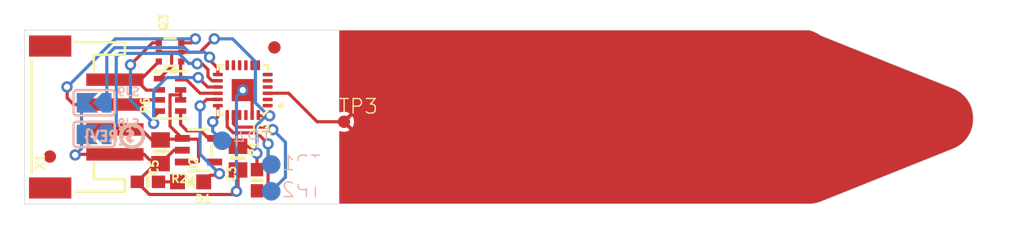
<source format=kicad_pcb>
(kicad_pcb (version 20221018) (generator pcbnew)
  (layers (0 "F.Cu" signal) (31 "B.Cu" signal) (34 "B.Paste" user) (35 "F.Paste" user) (36 "B.SilkS" user "B.Silkscreen") (37 "F.SilkS" user "F.Silkscreen") (38 "B.Mask" user) (39 "F.Mask" user) (44 "Edge.Cuts" user))
  (net 0 "")
  (net 1 "SWDIO")
  (net 2 "SWCLK")
  (net 3 "GND")
  (net 4 "3.3V")
  (net 5 "~{RESET}")
  (net 6 "PA02")
  (net 7 "PA03")
  (net 8 "PA05")
  (net 9 "PA06")
  (net 10 "PA07")
  (net 11 "PA09")
  (net 12 "PA10")
  (net 13 "PA11")
  (net 14 "PA14")
  (net 15 "PA15")
  (net 16 "D-")
  (net 17 "D+")
  (net 18 "ACT")
  (net 19 "PA08")
  (net 20 "N$2")
  (net 21 "SDA")
  (net 22 "SCL")
  (net 23 "SCL_3V")
  (net 24 "VIN")
  (net 25 "SDA_3V")
  (net 26 "ADDR0")
  (net 27 "ADDR1")
  (net 28 "SENSOR")
  (footprint "working:SOT23-5" (layer "F.Cu") (at 124.3711 107.6706 -90)
    (fp_text reference "U2" (at 1.978 0 -90) (layer "F.SilkS") (effects (font (size 0.666496 0.666496) (thickness 0.146304)) (justify left bottom)))
    (fp_text value "MIC5225-3.3")
    (fp_line (start -1.65 -0.8) (end -1.65 0.8) (stroke (width 0.2032)) (layer "F.SilkS"))
    (fp_line (start -0.4 -1.05) (end 0.4 -1.05) (stroke (width 0.2032)) (layer "F.SilkS"))
    (fp_line (start 1.65 -0.8) (end 1.65 0.8) (stroke (width 0.2032)) (layer "F.SilkS"))
    (pad "1" smd rect (at -0.95 1.3001 270) (size 0.55 1.2) (layers "F.Cu" "F.Paste" "F.Mask") (net 24 "VIN"))
    (pad "2" smd rect (at 0 1.3001 270) (size 0.55 1.2) (layers "F.Cu" "F.Paste" "F.Mask") (net 3 "GND"))
    (pad "3" smd rect (at 0.95 1.3001 270) (size 0.55 1.2) (layers "F.Cu" "F.Paste" "F.Mask") (net 24 "VIN"))
    (pad "4" smd rect (at 0.95 -1.3001 270) (size 0.55 1.2) (layers "F.Cu" "F.Paste" "F.Mask"))
    (pad "5" smd rect (at -0.95 -1.3001 270) (size 0.55 1.2) (layers "F.Cu" "F.Paste" "F.Mask") (net 4 "3.3V"))
  )
  (footprint "working:TP10R" (layer "F.Cu") (at 136.0551 105.3846)
    (fp_text reference "TP3" (at -0.5001 -0.5499) (layer "F.SilkS") (effects (font (size 1.1684 1.1684) (thickness 0.1016)) (justify left bottom)))
    (fp_text value "TPTP10R")
    (pad "TP" smd roundrect (at 0 0) (size 1 1) (layers "F.Cu" "F.Mask") (roundrect_rratio 0.5) (net 28 "SENSOR"))
  )
  (footprint "working:0603-NO" (layer "F.Cu") (at 129.0701 110.0836 90)
    (fp_text reference "R1" (at 1.778 0.127 90) (layer "F.SilkS") (effects (font (size 0.666496 0.666496) (thickness 0.146304)) (justify left bottom)))
    (fp_text value "1K")
    (fp_line (start 0 -0.4) (end 0 0.4) (stroke (width 0.3048)) (layer "F.SilkS"))
    (pad "1" smd rect (at -0.85 0 90) (size 1.075 1) (layers "F.Cu" "F.Paste" "F.Mask") (net 2 "SWCLK"))
    (pad "2" smd rect (at 0.85 0 90) (size 1.075 1) (layers "F.Cu" "F.Paste" "F.Mask") (net 4 "3.3V"))
  )
  (footprint "" (layer "F.Cu") (at 133.2611 109.4486)
    (fp_text reference "@HOLE1" hide)
    (fp_text value "" (at 0 0) (layer "F.SilkS") (effects (font (size 1.27 1.27))))
    (pad "" np_thru_hole circle (at 0 0) (size 2.54 2.54) (drill 2.54) (layers "*.Cu" "*.Mask"))
  )
  (footprint "working:0805-NO" (layer "F.Cu") (at 121.3231 107.7976 -90)
    (fp_text reference "C5" (at 2.032 0.127 -90) (layer "F.SilkS") (effects (font (size 0.666496 0.666496) (thickness 0.146304)) (justify left bottom)))
    (fp_text value "10uF")
    (fp_line (start 0 -0.508) (end 0 0.508) (stroke (width 0.3048)) (layer "F.SilkS"))
    (pad "1" smd rect (at -0.95 0 270) (size 1.24 1.5) (layers "F.Cu" "F.Paste" "F.Mask") (net 24 "VIN"))
    (pad "2" smd rect (at 0.95 0 270) (size 1.24 1.5) (layers "F.Cu" "F.Paste" "F.Mask") (net 3 "GND"))
  )
  (footprint "" (layer "F.Cu") (at 133.2611 100.8126)
    (fp_text reference "@HOLE0" hide)
    (fp_text value "" (at 0 0) (layer "F.SilkS") (effects (font (size 1.27 1.27))))
    (pad "" np_thru_hole circle (at 0 0) (size 2.54 2.54) (drill 2.54) (layers "*.Cu" "*.Mask"))
  )
  (footprint "working:CHIPLED_0805_NOOUTLINE" (layer "F.Cu") (at 123.7361 110.2106 90)
    (fp_text reference "D1" (at -1.016 1.778 180) (layer "F.SilkS") (effects (font (size 0.666496 0.666496) (thickness 0.146304)) (justify right top)))
    (fp_text value "RED")
    (fp_poly (pts (xy 0.5334 0.3302) (xy -0.5334 0.3302) (xy 0 -0.381)) (fill solid) (layer "F.SilkS"))
    (fp_poly (pts (xy -0.4445 -0.1405) (xy 0.4445 -0.1405) (xy 0.4445 -0.331) (xy -0.4445 -0.331)) (fill solid) (layer "F.SilkS"))
    (pad "A" smd rect (at 0 1.05 90) (size 1.2 1.2) (layers "F.Cu" "F.Paste" "F.Mask") (net 18 "ACT"))
    (pad "C" smd rect (at 0 -1.05 90) (size 1.2 1.2) (layers "F.Cu" "F.Paste" "F.Mask") (net 20 "N$2"))
  )
  (footprint "working:RESPACK_4X0603" (layer "F.Cu") (at 122.0851 103.2256 90)
    (fp_text reference "R6" (at -1.6 -1.6 90) (layer "F.SilkS") (effects (font (size 0.666496 0.666496) (thickness 0.146304)) (justify left bottom)))
    (fp_text value "10K")
    (fp_line (start -1.9 1.4) (end -1.9 -1.4) (stroke (width 0.2032)) (layer "F.SilkS"))
    (fp_line (start 1.9 -1.4) (end 1.9 1.4) (stroke (width 0.2032)) (layer "F.SilkS"))
    (pad "1" smd rect (at -1.3 0.85 90) (size 0.45 0.9) (layers "F.Cu" "F.Paste" "F.Mask") (net 4 "3.3V"))
    (pad "2" smd rect (at -0.4 0.85 90) (size 0.45 0.9) (layers "F.Cu" "F.Paste" "F.Mask") (net 24 "VIN"))
    (pad "3" smd rect (at 0.4 0.85 90) (size 0.45 0.9) (layers "F.Cu" "F.Paste" "F.Mask") (net 24 "VIN"))
    (pad "4" smd rect (at 1.3 0.85 90) (size 0.45 0.9) (layers "F.Cu" "F.Paste" "F.Mask") (net 23 "SCL_3V"))
    (pad "5" smd rect (at 1.3 -0.85 90) (size 0.45 0.9) (layers "F.Cu" "F.Paste" "F.Mask") (net 4 "3.3V"))
    (pad "6" smd rect (at 0.4 -0.85 90) (size 0.45 0.9) (layers "F.Cu" "F.Paste" "F.Mask") (net 22 "SCL"))
    (pad "7" smd rect (at -0.4 -0.85 90) (size 0.45 0.9) (layers "F.Cu" "F.Paste" "F.Mask") (net 21 "SDA"))
    (pad "8" smd rect (at -1.3 -0.85 90) (size 0.45 0.9) (layers "F.Cu" "F.Paste" "F.Mask") (net 25 "SDA_3V"))
  )
  (footprint "working:SOT363" (layer "F.Cu") (at 122.0851 99.7966 90)
    (fp_text reference "Q3" (at 1.651 -0.127 90) (layer "F.SilkS") (effects (font (size 0.666496 0.666496) (thickness 0.146304)) (justify left bottom)))
    (fp_text value "2N7002D")
    (fp_line (start -1.1 -0.45) (end -1.1 0.45) (stroke (width 0.2032)) (layer "F.SilkS"))
    (fp_line (start 1.1 -0.45) (end 1.1 0.45) (stroke (width 0.2032)) (layer "F.SilkS"))
    (fp_circle (center -1.5 0.35) (end -1.4 0.35) (stroke (width 0.2032)) (fill none) (layer "F.SilkS"))
    (pad "1" smd rect (at -0.75 0.9 90) (size 0.5 0.5) (layers "F.Cu" "F.Paste" "F.Mask") (net 23 "SCL_3V"))
    (pad "2" smd rect (at 0 0.9 90) (size 0.4 0.5) (layers "F.Cu" "F.Paste" "F.Mask") (net 4 "3.3V"))
    (pad "3" smd rect (at 0.75 0.9 90) (size 0.5 0.5) (layers "F.Cu" "F.Paste" "F.Mask") (net 21 "SDA"))
    (pad "4" smd rect (at 0.75 -0.9 90) (size 0.5 0.5) (layers "F.Cu" "F.Paste" "F.Mask") (net 25 "SDA_3V"))
    (pad "5" smd rect (at 0 -0.9 90) (size 0.4 0.5) (layers "F.Cu" "F.Paste" "F.Mask") (net 4 "3.3V"))
    (pad "6" smd rect (at -0.75 -0.9 90) (size 0.5 0.5) (layers "F.Cu" "F.Paste" "F.Mask") (net 22 "SCL"))
  )
  (footprint "working:STEMMA_SOIL_TOP" (layer "F.Cu") (at 110.4011 111.9886)
    (fp_text reference "U$5" hide)
    (fp_text value "" hide)
  )
  (footprint "working:0603-NO" (layer "F.Cu") (at 120.3071 110.2106)
    (fp_text reference "R2" (at 1.778 0.127) (layer "F.SilkS") (effects (font (size 0.666496 0.666496) (thickness 0.146304)) (justify left bottom)))
    (fp_text value "1K")
    (fp_line (start 0 -0.4) (end 0 0.4) (stroke (width 0.3048)) (layer "F.SilkS"))
    (pad "1" smd rect (at -0.85 0) (size 1.075 1) (layers "F.Cu" "F.Paste" "F.Mask") (net 3 "GND"))
    (pad "2" smd rect (at 0.85 0) (size 1.075 1) (layers "F.Cu" "F.Paste" "F.Mask") (net 20 "N$2"))
  )
  (footprint "working:FIDUCIAL_1MM" (layer "F.Cu") (at 130.4671 99.4156)
    (fp_text reference "FID1" hide)
    (fp_text value "FIDUCIAL_1MM" hide)
    (pad "1" smd roundrect (at 0 0) (size 1 1) (layers "F.Cu" "F.Mask") (roundrect_rratio 0.5))
  )
  (footprint "working:JSTPH4" (layer "F.Cu") (at 113.9571 105.0036 90)
    (fp_text reference "X1" (at -4.318 -1.905 90) (layer "F.SilkS") (effects (font (size 0.666496 0.666496) (thickness 0.146304)) (justify left bottom)))
    (fp_text value "STEMMA_I2C_RASMT")
    (fp_line (start -6 0.5) (end -6 4.5) (stroke (width 0.2032)) (layer "F.SilkS"))
    (fp_line (start -6 4.5) (end -5 4.5) (stroke (width 0.2032)) (layer "F.SilkS"))
    (fp_line (start -5 2) (end -3.75 2) (stroke (width 0.2032)) (layer "F.SilkS"))
    (fp_line (start -5 4.5) (end -5 2) (stroke (width 0.2032)) (layer "F.SilkS"))
    (fp_line (start -4.5 -3) (end 4.5 -3) (stroke (width 0.2032)) (layer "F.SilkS"))
    (fp_line (start 3.75 2) (end 5 2) (stroke (width 0.2032)) (layer "F.SilkS"))
    (fp_line (start 5 2) (end 5 4.5) (stroke (width 0.2032)) (layer "F.SilkS"))
    (fp_line (start 5 4.5) (end 6 4.5) (stroke (width 0.2032)) (layer "F.SilkS"))
    (fp_line (start 6 4.5) (end 6 0.5) (stroke (width 0.2032)) (layer "F.SilkS"))
    (pad "1" smd rect (at -3 3.7 90) (size 1 4.6) (layers "F.Cu" "F.Paste" "F.Mask") (net 3 "GND"))
    (pad "2" smd rect (at -1 3.7 90) (size 1 4.6) (layers "F.Cu" "F.Paste" "F.Mask") (net 24 "VIN"))
    (pad "3" smd rect (at 1 3.7 90) (size 1 4.6) (layers "F.Cu" "F.Paste" "F.Mask") (net 21 "SDA"))
    (pad "4" smd rect (at 3 3.7 90) (size 1 4.6) (layers "F.Cu" "F.Paste" "F.Mask") (net 22 "SCL"))
    (pad "NC1" smd rect (at -5.7 -1.5 180) (size 3.4 1.7) (layers "F.Cu" "F.Paste" "F.Mask"))
    (pad "NC2" smd rect (at 5.7 -1.5 180) (size 3.4 1.7) (layers "F.Cu" "F.Paste" "F.Mask"))
  )
  (footprint "working:FIDUCIAL_1MM" (layer "F.Cu") (at 112.4331 108.1786)
    (fp_text reference "FID2" hide)
    (fp_text value "FIDUCIAL_1MM" hide)
    (pad "1" smd roundrect (at 0 0) (size 1 1) (layers "F.Cu" "F.Mask") (roundrect_rratio 0.5))
  )
  (footprint "working:QFN24_4MM" (layer "F.Cu") (at 127.9271 102.8446 180)
    (fp_text reference "IC1" (at -2.45 -2.8 180) (layer "F.SilkS") (effects (font (size 0.666496 0.666496) (thickness 0.146304)) (justify right top)))
    (fp_text value "ATSAMD10D14A")
    (fp_line (start -2 2) (end -2 1.65) (stroke (width 0.2032)) (layer "F.SilkS"))
    (fp_line (start -1.65 -2) (end -2 -1.65) (stroke (width 0.2032)) (layer "F.SilkS"))
    (fp_line (start -1.65 2) (end -2 2) (stroke (width 0.2032)) (layer "F.SilkS"))
    (fp_line (start 1.65 2) (end 2 2) (stroke (width 0.2032)) (layer "F.SilkS"))
    (fp_line (start 2 -2) (end 1.65 -2) (stroke (width 0.2032)) (layer "F.SilkS"))
    (fp_line (start 2 -1.65) (end 2 -2) (stroke (width 0.2032)) (layer "F.SilkS"))
    (fp_line (start 2 1.65) (end 2 2) (stroke (width 0.2032)) (layer "F.SilkS"))
    (fp_circle (center -3.048 -1.27) (end -2.921 -1.27) (stroke (width 0.2032)) (fill none) (layer "F.SilkS"))
    (pad "1" smd roundrect (at -2 -1.25) (size 0.8 0.28) (layers "F.Cu" "F.Paste" "F.Mask") (net 6 "PA02"))
    (pad "2" smd roundrect (at -2 -0.75) (size 0.8 0.28) (layers "F.Cu" "F.Paste" "F.Mask") (net 7 "PA03"))
    (pad "3" smd roundrect (at -2 -0.25) (size 0.8 0.28) (layers "F.Cu" "F.Paste" "F.Mask") (net 28 "SENSOR"))
    (pad "4" smd roundrect (at -2 0.25) (size 0.8 0.28) (layers "F.Cu" "F.Paste" "F.Mask") (net 8 "PA05"))
    (pad "5" smd roundrect (at -2 0.75) (size 0.8 0.28) (layers "F.Cu" "F.Paste" "F.Mask") (net 9 "PA06"))
    (pad "6" smd roundrect (at -2 1.25) (size 0.8 0.28) (layers "F.Cu" "F.Paste" "F.Mask") (net 10 "PA07"))
    (pad "7" smd roundrect (at -1.25 2 270) (size 0.8 0.28) (layers "F.Cu" "F.Paste" "F.Mask") (net 19 "PA08"))
    (pad "8" smd roundrect (at -0.75 2 270) (size 0.8 0.28) (layers "F.Cu" "F.Paste" "F.Mask") (net 11 "PA09"))
    (pad "9" smd roundrect (at -0.25 2 270) (size 0.8 0.28) (layers "F.Cu" "F.Paste" "F.Mask") (net 12 "PA10"))
    (pad "10" smd roundrect (at 0.25 2 270) (size 0.8 0.28) (layers "F.Cu" "F.Paste" "F.Mask") (net 13 "PA11"))
    (pad "11" smd roundrect (at 0.75 2 270) (size 0.8 0.28) (layers "F.Cu" "F.Paste" "F.Mask") (net 14 "PA14"))
    (pad "12" smd roundrect (at 1.25 2 270) (size 0.8 0.28) (layers "F.Cu" "F.Paste" "F.Mask") (net 15 "PA15"))
    (pad "13" smd roundrect (at 2 1.25 180) (size 0.8 0.28) (layers "F.Cu" "F.Paste" "F.Mask") (net 26 "ADDR0"))
    (pad "14" smd roundrect (at 2 0.75 180) (size 0.8 0.28) (layers "F.Cu" "F.Paste" "F.Mask") (net 27 "ADDR1"))
    (pad "15" smd roundrect (at 2 0.25 180) (size 0.8 0.28) (layers "F.Cu" "F.Paste" "F.Mask") (net 25 "SDA_3V"))
    (pad "16" smd roundrect (at 2 -0.25 180) (size 0.8 0.28) (layers "F.Cu" "F.Paste" "F.Mask") (net 23 "SCL_3V"))
    (pad "17" smd roundrect (at 2 -0.75 180) (size 0.8 0.28) (layers "F.Cu" "F.Paste" "F.Mask") (net 18 "ACT"))
    (pad "18" smd roundrect (at 2 -1.25 180) (size 0.8 0.28) (layers "F.Cu" "F.Paste" "F.Mask") (net 5 "~{RESET}"))
    (pad "19" smd roundrect (at 1.25 -2 90) (size 0.8 0.28) (layers "F.Cu" "F.Paste" "F.Mask") (net 2 "SWCLK"))
    (pad "20" smd roundrect (at 0.75 -2 90) (size 0.8 0.28) (layers "F.Cu" "F.Paste" "F.Mask") (net 1 "SWDIO"))
    (pad "21" smd roundrect (at 0.25 -2 90) (size 0.8 0.28) (layers "F.Cu" "F.Paste" "F.Mask") (net 16 "D-"))
    (pad "22" smd roundrect (at -0.25 -2 90) (size 0.8 0.28) (layers "F.Cu" "F.Paste" "F.Mask") (net 17 "D+"))
    (pad "23" smd roundrect (at -0.75 -2 90) (size 0.8 0.28) (layers "F.Cu" "F.Paste" "F.Mask") (net 3 "GND"))
    (pad "24" smd roundrect (at -1.25 -2 90) (size 0.8 0.28) (layers "F.Cu" "F.Paste" "F.Mask") (net 4 "3.3V"))
    (pad "THERM" smd rect (at 0 0 180) (size 1.778 1.778) (layers "F.Cu" "F.Mask") (net 3 "GND"))
  )
  (footprint "working:0805-NO" (layer "F.Cu") (at 127.5461 108.3056 -90)
    (fp_text reference "C3" (at 2.032 0.127 -90) (layer "F.SilkS") (effects (font (size 0.666496 0.666496) (thickness 0.146304)) (justify left bottom)))
    (fp_text value "10uF")
    (fp_line (start 0 -0.508) (end 0 0.508) (stroke (width 0.3048)) (layer "F.SilkS"))
    (pad "1" smd rect (at -0.95 0 270) (size 1.24 1.5) (layers "F.Cu" "F.Paste" "F.Mask") (net 4 "3.3V"))
    (pad "2" smd rect (at 0.95 0 270) (size 1.24 1.5) (layers "F.Cu" "F.Paste" "F.Mask") (net 3 "GND"))
  )
  (footprint "working:SOLDERJUMPER_ARROW_NOPASTE" (layer "B.Cu") (at 115.9891 106.4006 180)
    (fp_text reference "SJ8" (at -1.778 1.27) (layer "B.SilkS") (effects (font (size 0.666496 0.666496) (thickness 0.146304)) (justify right top mirror)))
    (fp_text value "")
    (fp_poly (pts (xy 0.106121 -0.002663) (xy -0.679416 -0.7882) (xy -1.3946 -0.7882) (xy -1.3946 0.7882) (xy -0.62715 0.7882)) (fill solid) (layer "B.Cu"))
    (fp_poly (pts (xy 1.3946 -0.7882) (xy -0.315893 -0.7882) (xy 0.443148 0) (xy -0.315893 0.7882) (xy 1.3946 0.7882)) (fill solid) (layer "B.Cu"))
    (fp_line (start -1.651 -0.762) (end -1.651 0.762) (stroke (width 0.2032)) (layer "B.SilkS"))
    (fp_line (start -1.397 1.016) (end 1.397 1.016) (stroke (width 0.2032)) (layer "B.SilkS"))
    (fp_line (start 1.397 -1.016) (end -1.397 -1.016) (stroke (width 0.2032)) (layer "B.SilkS"))
    (fp_line (start 1.651 -0.762) (end 1.651 0.762) (stroke (width 0.2032)) (layer "B.SilkS"))
    (fp_arc (start -1.651 -0.762) (mid -1.576605 -0.941605) (end -1.397 -1.016) (stroke (width 0.2032)) (layer "B.SilkS"))
    (fp_arc (start -1.397 1.016) (mid -1.576605 0.941605) (end -1.651 0.762) (stroke (width 0.2032)) (layer "B.SilkS"))
    (fp_arc (start 1.397 -1.016) (mid 1.576605 -0.941605) (end 1.651 -0.762) (stroke (width 0.2032)) (layer "B.SilkS"))
    (fp_arc (start 1.651 0.762) (mid 1.576605 0.941605) (end 1.397 1.016) (stroke (width 0.2032)) (layer "B.SilkS"))
    (pad "1" smd roundrect (at -1.016 0 180) (size 0.762 1.524) (layers "B.Cu") (net 27 "ADDR1"))
    (pad "2" smd roundrect (at 1.016 0 180) (size 0.762 1.524) (layers "B.Cu") (net 3 "GND"))
  )
  (footprint "working:TP15R" (layer "B.Cu") (at 130.2131 108.8136 180)
    (fp_text reference "TP1" (at -0.7501 0.8001) (layer "B.SilkS") (effects (font (size 1.1684 1.1684) (thickness 0.1016)) (justify right top mirror)))
    (fp_text value "TPTP15R")
    (pad "TP" smd roundrect (at 0 0 180) (size 1.5 1.5) (layers "B.Cu" "B.Mask") (roundrect_rratio 0.5) (net 2 "SWCLK"))
  )
  (footprint "working:SOLDERJUMPER_ARROW_NOPASTE" (layer "B.Cu") (at 115.9891 103.8606 180)
    (fp_text reference "SJ9" (at -1.778 1.27) (layer "B.SilkS") (effects (font (size 0.666496 0.666496) (thickness 0.146304)) (justify right top mirror)))
    (fp_text value "")
    (fp_poly (pts (xy 0.106121 -0.002663) (xy -0.679416 -0.7882) (xy -1.3946 -0.7882) (xy -1.3946 0.7882) (xy -0.62715 0.7882)) (fill solid) (layer "B.Cu"))
    (fp_poly (pts (xy 1.3946 -0.7882) (xy -0.315893 -0.7882) (xy 0.443148 0) (xy -0.315893 0.7882) (xy 1.3946 0.7882)) (fill solid) (layer "B.Cu"))
    (fp_line (start -1.651 -0.762) (end -1.651 0.762) (stroke (width 0.2032)) (layer "B.SilkS"))
    (fp_line (start -1.397 1.016) (end 1.397 1.016) (stroke (width 0.2032)) (layer "B.SilkS"))
    (fp_line (start 1.397 -1.016) (end -1.397 -1.016) (stroke (width 0.2032)) (layer "B.SilkS"))
    (fp_line (start 1.651 -0.762) (end 1.651 0.762) (stroke (width 0.2032)) (layer "B.SilkS"))
    (fp_arc (start -1.651 -0.762) (mid -1.576605 -0.941605) (end -1.397 -1.016) (stroke (width 0.2032)) (layer "B.SilkS"))
    (fp_arc (start -1.397 1.016) (mid -1.576605 0.941605) (end -1.651 0.762) (stroke (width 0.2032)) (layer "B.SilkS"))
    (fp_arc (start 1.397 -1.016) (mid 1.576605 -0.941605) (end 1.651 -0.762) (stroke (width 0.2032)) (layer "B.SilkS"))
    (fp_arc (start 1.651 0.762) (mid 1.576605 0.941605) (end 1.397 1.016) (stroke (width 0.2032)) (layer "B.SilkS"))
    (pad "1" smd roundrect (at -1.016 0 180) (size 0.762 1.524) (layers "B.Cu") (net 26 "ADDR0"))
    (pad "2" smd roundrect (at 1.016 0 180) (size 0.762 1.524) (layers "B.Cu") (net 3 "GND"))
  )
  (footprint "working:STEMMA_SOIL_BOT" (layer "B.Cu") (at 186.7281 111.9886 180)
    (fp_text reference "U$4" hide)
    (fp_text value "" hide)
  )
  (footprint "working:TP15R" (layer "B.Cu") (at 126.2761 106.9086 180)
    (fp_text reference "TP4" (at -0.7501 0.8001) (layer "B.SilkS") (effects (font (size 1.1684 1.1684) (thickness 0.1016)) (justify right top mirror)))
    (fp_text value "TPTP15R")
    (pad "TP" smd roundrect (at 0 0 180) (size 1.5 1.5) (layers "B.Cu" "B.Mask") (roundrect_rratio 0.5) (net 5 "~{RESET}"))
  )
  (footprint "working:TP15R" (layer "B.Cu") (at 130.2131 110.9726 180)
    (fp_text reference "TP2" (at -0.7501 0.8001) (layer "B.SilkS") (effects (font (size 1.1684 1.1684) (thickness 0.1016)) (justify right top mirror)))
    (fp_text value "TPTP15R")
    (pad "TP" smd roundrect (at 0 0 180) (size 1.5 1.5) (layers "B.Cu" "B.Mask") (roundrect_rratio 0.5) (net 1 "SWDIO"))
  )
  (footprint "working:PCBFEAT-REV-040" (layer "B.Cu") (at 119.0371 106.5276 180)
    (fp_text reference "U$12" hide)
    (fp_text value "" hide)
    (fp_text user "${REV}" (at -0.3556 -0.508) (layer "B.SilkS") (effects (font (size 0.8128 0.8128) (thickness 0.2032)) (justify left bottom mirror)))
    (fp_circle (center 0 0) (end 0.898 0) (stroke (width 0.3048)) (fill none) (layer "B.SilkS"))
  )
  (gr_arc (start 174.355271 111.806932) (mid 173.892272 111.94277) (end 173.41194 111.9886) (stroke (width 0.05)) (layer "Edge.Cuts"))
  (gr_arc (start 185.004431 102.713932) (mid 186.16439 103.648265) (end 186.6011 105.072263) (stroke (width 0.05)) (layer "Edge.Cuts"))
  (gr_line (start 110.4011 111.9886) (end 173.41194 111.9886) (stroke (width 0.05)) (layer "Edge.Cuts"))
  (gr_line (start 185.004431 102.713932) (end 174.355271 98.454269) (stroke (width 0.05)) (layer "Edge.Cuts"))
  (gr_line (start 186.6011 105.188938) (end 186.6011 105.072263) (stroke (width 0.05)) (layer "Edge.Cuts"))
  (gr_line (start 110.4011 98.0186) (end 110.4011 111.9886) (stroke (width 0.05)) (layer "Edge.Cuts"))
  (gr_line (start 174.355271 111.806932) (end 185.004431 107.547269) (stroke (width 0.05)) (layer "Edge.Cuts"))
  (gr_arc (start 186.601099 105.188938) (mid 186.16439 106.612935) (end 185.004431 107.547269) (stroke (width 0.05)) (layer "Edge.Cuts"))
  (gr_arc (start 173.41194 98.0186) (mid 173.90439 98.191431) (end 174.355271 98.454269) (stroke (width 0.05)) (layer "Edge.Cuts"))
  (gr_line (start 173.41194 98.0186) (end 110.4011 98.0186) (stroke (width 0.05)) (layer "Edge.Cuts"))
  (segment (start 127.4485 105.8164) (end 130.1369 105.8164) (width 0.254) (layer "F.Cu") (net 1))
  (segment (start 130.1369 105.8164) (end 130.3401 106.0196) (width 0.254) (layer "F.Cu") (net 1))
  (segment (start 127.1771 105.545) (end 127.4485 105.8164) (width 0.254) (layer "F.Cu") (net 1))
  (segment (start 127.1771 104.8446) (end 127.1771 105.545) (width 0.254) (layer "F.Cu") (net 1))
  (via (at 130.3401 106.0196) (size 0.9064) (drill 0.5) (layers "F.Cu" "B.Cu") (net 1))
  (segment (start 131.3561 107.0356) (end 130.3401 106.0196) (width 0.254) (layer "B.Cu") (net 1))
  (segment (start 131.3561 109.8296) (end 131.3561 107.0356) (width 0.254) (layer "B.Cu") (net 1))
  (segment (start 130.2131 110.9726) (end 131.3561 109.8296) (width 0.254) (layer "B.Cu") (net 1))
  (segment (start 129.9591 110.5916) (end 129.9591 107.1626) (width 0.254) (layer "F.Cu") (net 2))
  (segment (start 129.0701 106.2736) (end 129.9591 107.1626) (width 0.254) (layer "F.Cu") (net 2))
  (segment (start 126.6771 104.8446) (end 126.6771 105.7856) (width 0.254) (layer "F.Cu") (net 2))
  (segment (start 129.6171 110.9336) (end 129.9591 110.5916) (width 0.254) (layer "F.Cu") (net 2))
  (segment (start 126.6771 105.7856) (end 127.1651 106.2736) (width 0.254) (layer "F.Cu") (net 2))
  (segment (start 129.0701 110.9336) (end 129.6171 110.9336) (width 0.254) (layer "F.Cu") (net 2))
  (segment (start 127.1651 106.2736) (end 129.0701 106.2736) (width 0.254) (layer "F.Cu") (net 2))
  (via (at 129.9591 107.1626) (size 0.9064) (drill 0.5) (layers "F.Cu" "B.Cu") (net 2))
  (segment (start 129.9591 107.1626) (end 129.9591 108.5596) (width 0.254) (layer "B.Cu") (net 2))
  (segment (start 130.2131 108.8136) (end 129.9591 108.5596) (width 0.254) (layer "B.Cu") (net 2))
  (segment (start 122.4001 107.6706) (end 123.071 107.6706) (width 0.254) (layer "F.Cu") (net 3))
  (segment (start 128.6771 104.8446) (end 128.6771 103.5946) (width 0.254) (layer "F.Cu") (net 3))
  (segment (start 121.3231 108.7476) (end 122.4001 107.6706) (width 0.254) (layer "F.Cu") (net 3))
  (segment (start 114.5131 108.0036) (end 117.6571 108.0036) (width 0.254) (layer "F.Cu") (net 3))
  (segment (start 128.6771 103.5946) (end 127.9271 102.8446) (width 0.254) (layer "F.Cu") (net 3))
  (segment (start 127.5461 110.8456) (end 127.4191 110.9726) (width 0.254) (layer "F.Cu") (net 3))
  (segment (start 117.6571 108.0036) (end 120.0051 108.0036) (width 0.254) (layer "F.Cu") (net 3))
  (segment (start 120.0051 108.0036) (end 120.8346 108.8331) (width 0.254) (layer "F.Cu") (net 3))
  (segment (start 127.5461 109.2556) (end 127.5461 110.8456) (width 0.254) (layer "F.Cu") (net 3))
  (segment (start 120.4341 111.2266) (end 127.1651 111.2266) (width 0.254) (layer "F.Cu") (net 3))
  (segment (start 120.9201 108.7476) (end 120.8346 108.8331) (width 0.254) (layer "F.Cu") (net 3))
  (segment (start 119.4571 110.2496) (end 119.4571 110.2106) (width 0.254) (layer "F.Cu") (net 3))
  (segment (start 120.8346 108.8331) (end 119.4571 110.2106) (width 0.254) (layer "F.Cu") (net 3))
  (segment (start 114.4651 108.0516) (end 114.5131 108.0036) (width 0.254) (layer "F.Cu") (net 3))
  (segment (start 121.3231 108.7476) (end 120.9201 108.7476) (width 0.254) (layer "F.Cu") (net 3))
  (segment (start 127.1651 111.2266) (end 127.4191 110.9726) (width 0.254) (layer "F.Cu") (net 3))
  (segment (start 119.4571 110.2496) (end 120.4341 111.2266) (width 0.254) (layer "F.Cu") (net 3))
  (via (at 127.9271 102.8446) (size 0.9064) (drill 0.5) (layers "F.Cu" "B.Cu") (net 3))
  (via (at 127.4191 110.9726) (size 0.9064) (drill 0.5) (layers "F.Cu" "B.Cu") (net 3))
  (via (at 114.4651 108.0516) (size 0.9064) (drill 0.5) (layers "F.Cu" "B.Cu") (net 3))
  (segment (start 114.9731 103.8606) (end 114.9731 106.4006) (width 0.254) (layer "B.Cu") (net 3))
  (segment (start 114.9731 107.5436) (end 114.4651 108.0516) (width 0.254) (layer "B.Cu") (net 3))
  (segment (start 114.9731 106.4006) (end 114.9731 107.5436) (width 0.254) (layer "B.Cu") (net 3))
  (segment (start 127.9271 102.8446) (end 127.4191 103.3526) (width 0.254) (layer "B.Cu") (net 3))
  (segment (start 127.4191 103.3526) (end 127.4191 110.9726) (width 0.254) (layer "B.Cu") (net 3))
  (segment (start 122.2121 100.9396) (end 122.2121 99.7966) (width 0.254) (layer "F.Cu") (net 4))
  (segment (start 122.9351 105.5996) (end 123.4509 106.1154) (width 0.254) (layer "F.Cu") (net 4))
  (segment (start 122.2121 99.7966) (end 122.9851 99.7966) (width 0.254) (layer "F.Cu") (net 4))
  (segment (start 125.1632 106.7206) (end 125.6712 106.7206) (width 0.254) (layer "F.Cu") (net 4))
  (segment (start 121.2351 101.9166) (end 122.2121 100.9396) (width 0.254) (layer "F.Cu") (net 4))
  (segment (start 122.9851 99.7966) (end 124.4981 99.7966) (width 0.254) (layer "F.Cu") (net 4))
  (segment (start 125.6712 106.7206) (end 126.9111 106.7206) (width 0.254) (layer "F.Cu") (net 4))
  (segment (start 129.0701 109.2336) (end 129.0701 107.9246) (width 0.254) (layer "F.Cu") (net 4))
  (segment (start 128.3741 107.3556) (end 127.5461 107.3556) (width 0.254) (layer "F.Cu") (net 4))
  (segment (start 122.9351 104.5256) (end 122.9351 105.5996) (width 0.254) (layer "F.Cu") (net 4))
  (segment (start 128.3741 107.3556) (end 128.9431 107.9246) (width 0.254) (layer "F.Cu") (net 4))
  (segment (start 125.6411 98.7258) (end 125.5689 98.7258) (width 0.254) (layer "F.Cu") (net 4))
  (segment (start 121.2351 101.9256) (end 121.2351 101.9166) (width 0.254) (layer "F.Cu") (net 4))
  (segment (start 125.1632 106.7206) (end 124.558 106.1154) (width 0.254) (layer "F.Cu") (net 4))
  (segment (start 129.0701 107.9246) (end 128.9431 107.9246) (width 0.254) (layer "F.Cu") (net 4))
  (segment (start 130.0861 104.906) (end 129.2385 104.906) (width 0.254) (layer "F.Cu") (net 4))
  (segment (start 127.5461 107.3556) (end 126.9111 106.7206) (width 0.254) (layer "F.Cu") (net 4))
  (segment (start 122.2121 99.7966) (end 121.1851 99.7966) (width 0.254) (layer "F.Cu") (net 4))
  (segment (start 124.4981 99.7966) (end 125.5689 98.7258) (width 0.254) (layer "F.Cu") (net 4))
  (segment (start 129.2385 104.906) (end 129.1771 104.8446) (width 0.254) (layer "F.Cu") (net 4))
  (segment (start 123.4509 106.1154) (end 124.558 106.1154) (width 0.254) (layer "F.Cu") (net 4))
  (via (at 129.0701 107.9246) (size 0.9064) (drill 0.5) (layers "F.Cu" "B.Cu") (net 4))
  (via (at 125.6411 98.7258) (size 0.9064) (drill 0.5) (layers "F.Cu" "B.Cu") (net 4))
  (via (at 130.0861 104.906) (size 0.9064) (drill 0.5) (layers "F.Cu" "B.Cu") (net 4))
  (segment (start 129.0701 105.6386) (end 129.0701 107.9246) (width 0.254) (layer "B.Cu") (net 4))
  (segment (start 128.9431 103.8606) (end 130.0861 105.0036) (width 0.254) (layer "B.Cu") (net 4))
  (segment (start 129.7051 105.0036) (end 130.0861 105.0036) (width 0.254) (layer "B.Cu") (net 4))
  (segment (start 127.1103 98.7258) (end 128.9431 100.5586) (width 0.254) (layer "B.Cu") (net 4))
  (segment (start 130.0861 104.906) (end 130.0861 105.0036) (width 0.254) (layer "B.Cu") (net 4))
  (segment (start 127.1103 98.7258) (end 125.6411 98.7258) (width 0.254) (layer "B.Cu") (net 4))
  (segment (start 129.7051 105.0036) (end 129.0701 105.6386) (width 0.254) (layer "B.Cu") (net 4))
  (segment (start 128.9431 100.5586) (end 128.9431 103.8606) (width 0.254) (layer "B.Cu") (net 4))
  (segment (start 125.9271 104.0946) (end 125.9271 104.9716) (width 0.254) (layer "F.Cu") (net 5))
  (segment (start 125.9271 104.9716) (end 125.5141 105.3846) (width 0.254) (layer "F.Cu") (net 5))
  (via (at 125.5141 105.3846) (size 0.9064) (drill 0.5) (layers "F.Cu" "B.Cu") (net 5))
  (segment (start 125.5141 105.3846) (end 125.5141 106.1466) (width 0.254) (layer "B.Cu") (net 5))
  (segment (start 126.2761 106.9086) (end 125.5141 106.1466) (width 0.254) (layer "B.Cu") (net 5))
  (segment (start 125.9271 103.5946) (end 125.0181 103.5946) (width 0.254) (layer "F.Cu") (net 18))
  (segment (start 125.927412 109.6812) (end 125.3155 109.6812) (width 0.254) (layer "F.Cu") (net 18))
  (segment (start 124.7861 110.2106) (end 125.3155 109.6812) (width 0.254) (layer "F.Cu") (net 18))
  (segment (start 126.054412 109.5542) (end 125.927412 109.6812) (width 0.254) (layer "F.Cu") (net 18))
  (segment (start 125.0181 103.5946) (end 124.4981 104.1146) (width 0.254) (layer "F.Cu") (net 18))
  (via (at 124.4981 104.1146) (size 0.9064) (drill 0.5) (layers "F.Cu" "B.Cu") (net 18))
  (via (at 126.054412 109.5542) (size 0.9064) (drill 0.5) (layers "F.Cu" "B.Cu") (net 18))
  (segment (start 124.4981 104.1146) (end 124.4981 107.997888) (width 0.254) (layer "B.Cu") (net 18))
  (segment (start 126.054412 109.5542) (end 124.4981 107.997888) (width 0.254) (layer "B.Cu") (net 18))
  (segment (start 122.6861 110.2106) (end 121.1571 110.2106) (width 0.254) (layer "F.Cu") (net 20))
  (segment (start 122.9851 99.0466) (end 123.7963 99.0466) (width 0.254) (layer "F.Cu") (net 21))
  (segment (start 113.8087 102.585919) (end 113.826418 102.603638) (width 0.254) (layer "F.Cu") (net 21))
  (segment (start 120.0341 103.6256) (end 121.2351 103.6256) (width 0.254) (layer "F.Cu") (net 21))
  (segment (start 117.6571 104.0036) (end 119.6561 104.0036) (width 0.254) (layer "F.Cu") (net 21))
  (segment (start 113.826418 103.474919) (end 114.3551 104.0036) (width 0.254) (layer "F.Cu") (net 21))
  (segment (start 119.6561 104.0036) (end 120.0341 103.6256) (width 0.254) (layer "F.Cu") (net 21))
  (segment (start 114.3551 104.0036) (end 117.6571 104.0036) (width 0.254) (layer "F.Cu") (net 21))
  (segment (start 124.1171 98.7258) (end 123.7963 99.0466) (width 0.254) (layer "F.Cu") (net 21))
  (segment (start 113.826418 102.603638) (end 113.826418 103.474919) (width 0.254) (layer "F.Cu") (net 21))
  (via (at 113.8087 102.585919) (size 0.9064) (drill 0.5) (layers "F.Cu" "B.Cu") (net 21))
  (via (at 124.1171 98.7258) (size 0.9064) (drill 0.5) (layers "F.Cu" "B.Cu") (net 21))
  (segment (start 113.834781 102.585919) (end 113.8087 102.585919) (width 0.254) (layer "B.Cu") (net 21))
  (segment (start 117.6949 98.7258) (end 113.834781 102.585919) (width 0.254) (layer "B.Cu") (net 21))
  (segment (start 124.1171 98.7258) (end 117.6949 98.7258) (width 0.254) (layer "B.Cu") (net 21))
  (segment (start 120.1801 102.8446) (end 119.5451 102.2096) (width 0.254) (layer "F.Cu") (net 22))
  (segment (start 119.6011 102.1306) (end 119.5451 102.1306) (width 0.254) (layer "F.Cu") (net 22))
  (segment (start 121.1851 100.5466) (end 119.6011 102.1306) (width 0.254) (layer "F.Cu") (net 22))
  (segment (start 119.5451 102.0036) (end 117.6571 102.0036) (width 0.254) (layer "F.Cu") (net 22))
  (segment (start 119.5451 102.1306) (end 119.5451 102.0036) (width 0.254) (layer "F.Cu") (net 22))
  (segment (start 121.2161 102.8446) (end 120.1801 102.8446) (width 0.254) (layer "F.Cu") (net 22))
  (segment (start 121.2161 102.8446) (end 121.2351 102.8256) (width 0.254) (layer "F.Cu") (net 22))
  (segment (start 119.5451 102.2096) (end 119.5451 102.1306) (width 0.254) (layer "F.Cu") (net 22))
  (segment (start 125.9271 103.0946) (end 124.4941 103.0946) (width 0.254) (layer "F.Cu") (net 23))
  (segment (start 124.4941 103.0946) (end 123.3251 101.9256) (width 0.254) (layer "F.Cu") (net 23))
  (segment (start 123.3251 101.9256) (end 122.9351 101.9256) (width 0.254) (layer "F.Cu") (net 23))
  (segment (start 122.9851 100.5466) (end 122.9351 100.5966) (width 0.254) (layer "F.Cu") (net 23))
  (segment (start 122.9351 100.5966) (end 122.9351 101.9256) (width 0.254) (layer "F.Cu") (net 23))
  (segment (start 122.9351 103.2256) (end 122.9351 103.6256) (width 0.254) (layer "F.Cu") (net 24))
  (segment (start 122.0851 103.2256) (end 122.0851 105.7347) (width 0.254) (layer "F.Cu") (net 24))
  (segment (start 121.3231 106.8476) (end 121.3891 106.7816) (width 0.254) (layer "F.Cu") (net 24))
  (segment (start 122.9741 106.7206) (end 123.071 106.7206) (width 0.254) (layer "F.Cu") (net 24))
  (segment (start 121.3891 106.7816) (end 123.0351 106.7816) (width 0.254) (layer "F.Cu") (net 24))
  (segment (start 122.0851 105.7347) (end 123.071 106.7206) (width 0.254) (layer "F.Cu") (net 24))
  (segment (start 119.7831 106.0036) (end 120.6271 106.8476) (width 0.254) (layer "F.Cu") (net 24))
  (segment (start 123.071 108.6206) (end 124.3101 108.6206) (width 0.254) (layer "F.Cu") (net 24))
  (segment (start 122.9351 102.8256) (end 122.9351 103.2256) (width 0.254) (layer "F.Cu") (net 24))
  (segment (start 117.6571 106.0036) (end 119.7831 106.0036) (width 0.254) (layer "F.Cu") (net 24))
  (segment (start 120.6271 106.8476) (end 121.3231 106.8476) (width 0.254) (layer "F.Cu") (net 24))
  (segment (start 124.3711 106.7816) (end 123.2281 106.7816) (width 0.254) (layer "F.Cu") (net 24))
  (segment (start 124.3711 108.5596) (end 124.3711 106.7816) (width 0.254) (layer "F.Cu") (net 24))
  (segment (start 122.9351 103.2256) (end 122.0851 103.2256) (width 0.254) (layer "F.Cu") (net 24))
  (segment (start 124.3101 108.6206) (end 124.3711 108.5596) (width 0.254) (layer "F.Cu") (net 24))
  (segment (start 123.2281 106.7816) (end 123.0351 106.7816) (width 0.254) (layer "F.Cu") (net 24))
  (segment (start 123.0351 106.7816) (end 122.9741 106.7206) (width 0.254) (layer "F.Cu") (net 24))
  (segment (start 120.6761 99.0466) (end 118.9101 100.8126) (width 0.254) (layer "F.Cu") (net 25))
  (segment (start 125.9271 102.5946) (end 125.1063 102.5946) (width 0.254) (layer "F.Cu") (net 25))
  (segment (start 120.766387 104.994313) (end 120.766387 105.5116) (width 0.254) (layer "F.Cu") (net 25))
  (segment (start 121.2351 104.5256) (end 120.766387 104.994313) (width 0.254) (layer "F.Cu") (net 25))
  (segment (start 121.1851 99.0466) (end 120.6761 99.0466) (width 0.254) (layer "F.Cu") (net 25))
  (segment (start 125.1063 102.5946) (end 124.3497 101.838) (width 0.254) (layer "F.Cu") (net 25))
  (via (at 118.9101 100.8126) (size 0.9064) (drill 0.5) (layers "F.Cu" "B.Cu") (net 25))
  (via (at 120.766387 105.5116) (size 0.9064) (drill 0.5) (layers "F.Cu" "B.Cu") (net 25))
  (via (at 124.3497 101.838) (size 0.9064) (drill 0.5) (layers "F.Cu" "B.Cu") (net 25))
  (segment (start 118.9101 103.655313) (end 120.766387 105.5116) (width 0.254) (layer "B.Cu") (net 25))
  (segment (start 124.3497 101.838) (end 121.8217 101.838) (width 0.254) (layer "B.Cu") (net 25))
  (segment (start 118.9101 100.8126) (end 118.9101 103.655313) (width 0.254) (layer "B.Cu") (net 25))
  (segment (start 120.766387 102.893313) (end 120.766387 105.5116) (width 0.254) (layer "B.Cu") (net 25))
  (segment (start 121.8217 101.838) (end 120.766387 102.893313) (width 0.254) (layer "B.Cu") (net 25))
  (segment (start 125.9271 101.5946) (end 125.9271 101.0866) (width 0.254) (layer "F.Cu") (net 26))
  (segment (start 125.2601 100.4196) (end 125.2601 100.199) (width 0.254) (layer "F.Cu") (net 26))
  (segment (start 125.9271 101.0866) (end 125.2601 100.4196) (width 0.254) (layer "F.Cu") (net 26))
  (via (at 125.2601 100.199) (size 0.9064) (drill 0.5) (layers "F.Cu" "B.Cu") (net 26))
  (segment (start 117.0051 103.8606) (end 117.0051 100.062182) (width 0.254) (layer "B.Cu") (net 26))
  (segment (start 117.630281 99.437) (end 123.2495 99.437) (width 0.254) (layer "B.Cu") (net 26))
  (segment (start 124.8577 99.7966) (end 125.2601 100.199) (width 0.254) (layer "B.Cu") (net 26))
  (segment (start 123.2495 99.437) (end 123.6091 99.7966) (width 0.254) (layer "B.Cu") (net 26))
  (segment (start 123.6091 99.7966) (end 124.8577 99.7966) (width 0.254) (layer "B.Cu") (net 26))
  (segment (start 117.0051 100.062182) (end 117.630281 99.437) (width 0.254) (layer "B.Cu") (net 26))
  (segment (start 124.6679 100.7284) (end 124.267912 100.7284) (width 0.254) (layer "F.Cu") (net 27))
  (segment (start 125.1331 101.766569) (end 125.1331 101.1936) (width 0.254) (layer "F.Cu") (net 27))
  (segment (start 125.9271 102.0946) (end 125.461131 102.0946) (width 0.254) (layer "F.Cu") (net 27))
  (segment (start 125.1331 101.1936) (end 124.6679 100.7284) (width 0.254) (layer "F.Cu") (net 27))
  (segment (start 125.461131 102.0946) (end 125.1331 101.766569) (width 0.254) (layer "F.Cu") (net 27))
  (via (at 124.267912 100.7284) (size 0.9064) (drill 0.5) (layers "F.Cu" "B.Cu") (net 27))
  (segment (start 118.0505 99.8942) (end 122.784718 99.8942) (width 0.254) (layer "B.Cu") (net 27))
  (segment (start 122.784718 99.8942) (end 123.5877 100.697182) (width 0.254) (layer "B.Cu") (net 27))
  (segment (start 117.7671 100.1776) (end 118.0505 99.8942) (width 0.254) (layer "B.Cu") (net 27))
  (segment (start 123.5877 100.697182) (end 124.236693 100.697182) (width 0.254) (layer "B.Cu") (net 27))
  (segment (start 124.236693 100.697182) (end 124.267912 100.7284) (width 0.254) (layer "B.Cu") (net 27))
  (segment (start 117.0051 106.4006) (end 117.7671 105.6386) (width 0.254) (layer "B.Cu") (net 27))
  (segment (start 117.7671 105.6386) (end 117.7671 100.1776) (width 0.254) (layer "B.Cu") (net 27))
  (segment (start 129.9271 103.0946) (end 131.6061 103.0946) (width 0.254) (layer "F.Cu") (net 28))
  (segment (start 131.6061 103.0946) (end 133.8961 105.3846) (width 0.254) (layer "F.Cu") (net 28))
  (segment (start 136.0551 105.3846) (end 133.8961 105.3846) (width 0.254) (layer "F.Cu") (net 28))
  (zone (net 28) (net_name "SENSOR") (layer "F.Cu") (priority 6) (connect_pads (clearance 0.000001)) (min_thickness 0.127) (fill yes (thermal_gap 0.304) (thermal_bridge_width 0.304))
    (polygon (pts (xy 186.7281 112.1156) (xy 135.6741 112.1156) (xy 135.6741 97.8916) (xy 186.7281 97.8916)))
  )
)
</source>
